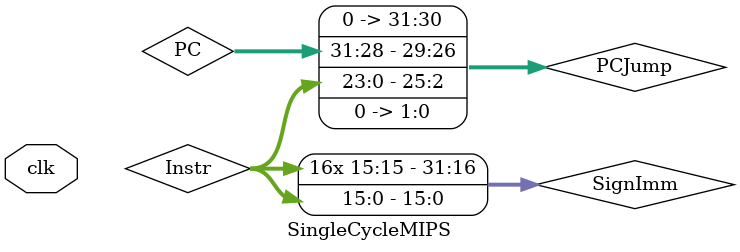
<source format=v>
module ControlUnit(
    input [5:0] Op, 
    input [5:0] Funct,
    output reg [1:0] ALUOp,
    output reg MemtoReg, MemWrite, Branch, ALUSrc, RegDst, RegWrite, Jump
);

always @(Op or Funct) begin
    case (Op)
        6'b000000: begin // R-type
            RegDst <= 1;
            ALUSrc <= 0;
            MemtoReg <= 0;
            RegWrite <= 1;
            MemWrite <= 0;
            Branch <= 0;
            ALUOp <= 2'b10;
            Jump <= 0;
        end
        6'b100011: begin // LW (Load Word)
            RegDst <= 0;
            ALUSrc <= 1;
            MemtoReg <= 1;
            RegWrite <= 1;
            MemWrite <= 0;
            Branch <= 0;
            ALUOp <= 2'b00; // ADD
            Jump <= 0;
        end
        6'b101011: begin // SW (Store Word)
            RegDst <= 0;
            ALUSrc <= 1;
            MemtoReg <= 0;
            RegWrite <= 0;
            MemWrite <= 1;
            Branch <= 0;
            ALUOp <= 2'b00; // ADD
            Jump <= 0;
        end
        6'b000100: begin // BEQ (Branch if Equal)
            RegDst <= 0;
            ALUSrc <= 0;
            MemtoReg <= 0;
            RegWrite <= 0;
            MemWrite <= 0;
            Branch <= 1;
            ALUOp <= 2'b01; // SUB
            Jump <= 0;
        end
        6'b000010: begin // JUMP
            RegDst <= 0;
            ALUSrc <= 0;
            MemtoReg <= 0;
            RegWrite <= 0;
            MemWrite <= 0;
            Branch <= 0;
            ALUOp <= 2'b00;
            Jump <= 1;
        end
        default: begin
            // Set default values
            RegDst <= 0;
            ALUSrc <= 0;
            MemtoReg <= 0;
            RegWrite <= 0;
            MemWrite <= 0;
            Branch <= 0;
            ALUOp <= 2'b00;
            Jump <= 0;
        end
    endcase
end

endmodule

module RegisterFile(
    input clk,
    input RegWrite,
    input [4:0] ReadReg1, ReadReg2, WriteReg,
    input [31:0] WriteData,
    output [31:0] ReadData1, ReadData2
);

reg [31:0] RegFile [31:0];

always @(posedge clk) begin
    if (RegWrite)
        RegFile[WriteReg] <= WriteData;
end

assign ReadData1 = RegFile[ReadReg1];
assign ReadData2 = RegFile[ReadReg2];

endmodule

module ALU(
    input [31:0] SrcA, SrcB,
    input [2:0] ALUControl,
    output reg [31:0] ALUResult,
    output Zero
);

always @(*) begin
    case (ALUControl)
        3'b000: ALUResult = SrcA & SrcB;   // AND
        3'b001: ALUResult = SrcA | SrcB;   // OR
        3'b010: ALUResult = SrcA + SrcB;   // ADD
        3'b110: ALUResult = SrcA - SrcB;   // SUB
        3'b111: ALUResult = (SrcA < SrcB) ? 32'b1 : 32'b0; // SLT
        3'b100: ALUResult = ~(SrcA | SrcB); // NOR
        default: ALUResult = 32'b0;   // Default to avoid latches
    endcase
end

assign Zero = (ALUResult == 0);

endmodule


module DataMemory(
    input clk,
    input MemWrite,
    input [31:0] Address, WriteData,
    output [31:0] ReadData
);

reg [31:0] Memory [1023:0];

always @(posedge clk) begin
    if (MemWrite) begin
        // Exibir o endereço e o dado sendo escrito
        $display("At time %t, writing data %h to address %h", $time, WriteData, Address);
        Memory[Address >> 2] <= WriteData;
    end
end

assign ReadData = Memory[Address >> 2];

endmodule



module SingleCycleMIPS(
    input clk
);

wire [31:0] PC, Instr, ReadData1, ReadData2, ALUResult, MemData, SignImm;
wire [4:0] WriteReg;
wire [1:0] ALUOp;
wire MemtoReg, MemWrite, Branch, ALUSrc, RegDst, RegWrite, Jump, Zero;
wire [31:0] PCNext, PCBranch, PCJump;

ControlUnit control(
    .Op(Instr[31:26]),
    .Funct(Instr[5:0]),
    .ALUOp(ALUOp),
    .MemtoReg(MemtoReg),
    .MemWrite(MemWrite),
    .Branch(Branch),
    .ALUSrc(ALUSrc),
    .RegDst(RegDst),
    .RegWrite(RegWrite),
    .Jump(Jump)
);

RegisterFile rf(
    .clk(clk),
    .RegWrite(RegWrite),
    .ReadReg1(Instr[25:21]),
    .ReadReg2(Instr[20:16]),
    .WriteReg(WriteReg),
    .WriteData(MemtoReg ? MemData : ALUResult),
    .ReadData1(ReadData1),
    .ReadData2(ReadData2)
);

ALU alu(
    .SrcA(ReadData1),
    .SrcB(ALUSrc ? SignImm : ReadData2),
    .ALUControl(ALUOp),
    .ALUResult(ALUResult),
    .Zero(Zero)
);

DataMemory dm(
    .clk(clk),
    .MemWrite(MemWrite),
    .Address(ALUResult),
    .WriteData(ReadData2),
    .ReadData(MemData)
);

assign SignImm = { {16{Instr[15]}}, Instr[15:0] };
assign WriteReg = RegDst ? Instr[15:11] : Instr[20:16];
assign PCBranch = PC + (SignImm << 2);
assign PCJump = {PC[31:28], Instr[25:0] << 2}; // Jump address
assign PCNext = Jump ? PCJump : (Zero & Branch ? PCBranch : PC + 4);

endmodule

</source>
